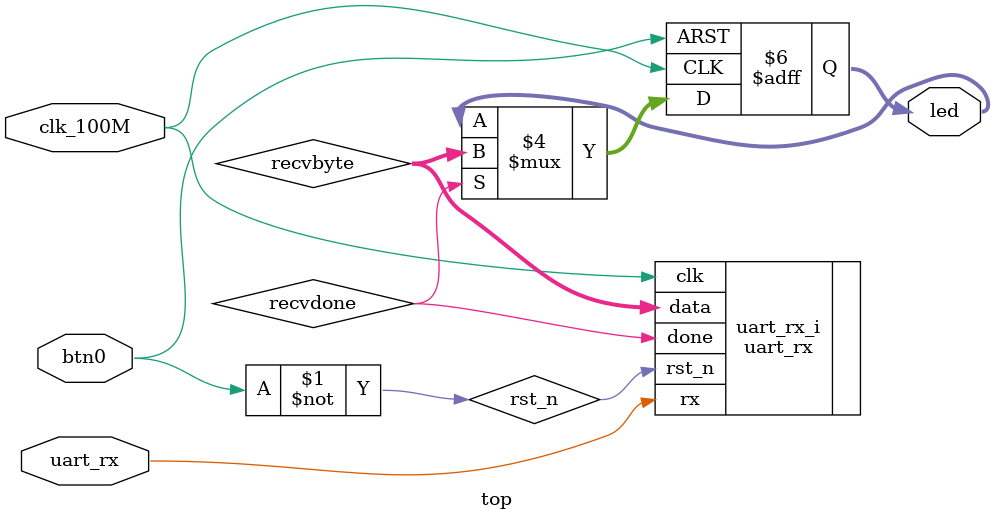
<source format=sv>
module top(
    input  logic clk_100M,
    input  logic btn0,
    input  logic uart_rx,
    output logic [7:0] led
);

wire  rst_n =  ~btn0;

logic recvdone;
logic [7:0] recvbyte;

uart_rx #(
    .CLK_DIV  ( 217       )  // 100MHz/4/217 = 115200
) uart_rx_i (
    .clk      ( clk_100M  ),
    .rst_n    ( rst_n     ),
    .rx       ( uart_rx   ),
    .done     ( recvdone  ),
    .data     ( recvbyte  )  // recvbyte is valid when recvdone=1
);

always @ (posedge clk_100M or negedge rst_n)
    if(~rst_n)
        led <= 8'h0;
    else begin
        if(recvdone)
            led <= recvbyte;  // display recvbyte on 8-bit LED
    end

endmodule

</source>
